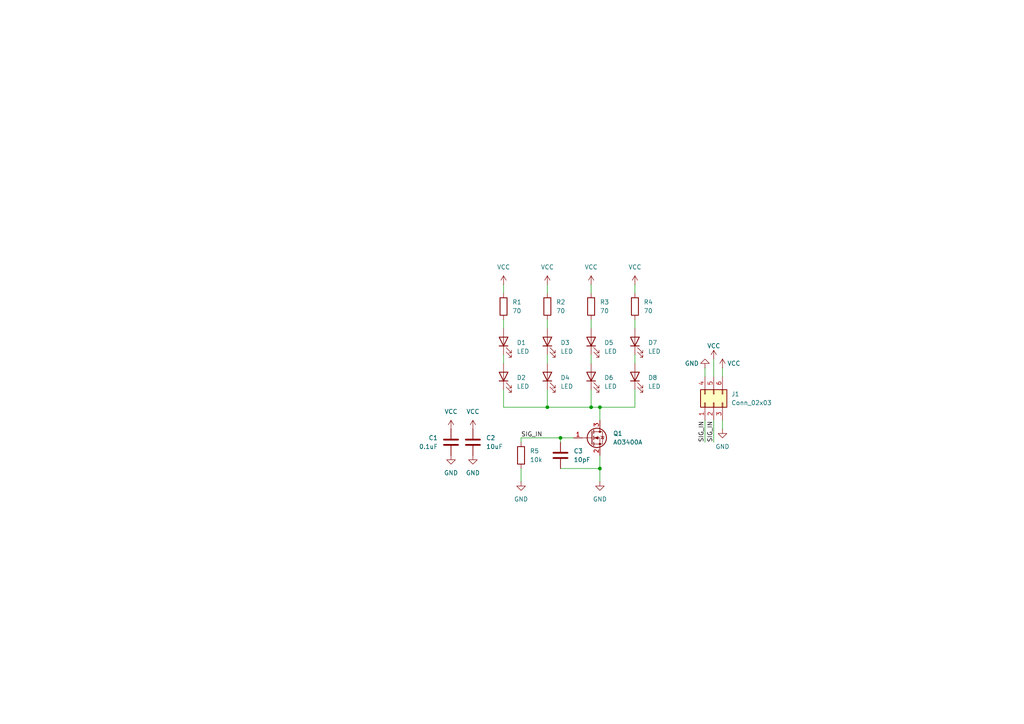
<source format=kicad_sch>
(kicad_sch (version 20250114) (generator "eeschema") (generator_version "9.0")
  (paper "A4")
  (lib_symbols
    (symbol "Connector_Generic:Conn_02x03_Top_Bottom" (pin_names (offset 1.016) (hide yes))
      (property "Reference" "J" (at 1.27 5.08 0))
      (property "Value" "Conn_02x03_Top_Bottom" (at 1.27 -5.08 0))
      (symbol "Conn_02x03_Top_Bottom_1_1"
        (rectangle (start -1.27 3.81) (end 3.81 -3.81) (stroke (width 0.254)) (fill (type background)))
        (rectangle (start -1.27 2.667) (end 0 2.413) (stroke (width 0.1524)))
        (rectangle (start -1.27 0.127) (end 0 -0.127) (stroke (width 0.1524)))
        (rectangle (start -1.27 -2.413) (end 0 -2.667) (stroke (width 0.1524)))
        (rectangle (start 3.81 2.667) (end 2.54 2.413) (stroke (width 0.1524)))
        (rectangle (start 3.81 0.127) (end 2.54 -0.127) (stroke (width 0.1524)))
        (rectangle (start 3.81 -2.413) (end 2.54 -2.667) (stroke (width 0.1524)))
        (pin passive line (at -5.08 2.54 0) (length 3.81) (name "Pin_1") (number "1"))
        (pin passive line (at -5.08 0 0) (length 3.81) (name "Pin_2") (number "2"))
        (pin passive line (at -5.08 -2.54 0) (length 3.81) (name "Pin_3") (number "3"))
        (pin passive line (at 7.62 2.54 180) (length 3.81) (name "Pin_4") (number "4"))
        (pin passive line (at 7.62 0 180) (length 3.81) (name "Pin_5") (number "5"))
        (pin passive line (at 7.62 -2.54 180) (length 3.81) (name "Pin_6") (number "6"))
      )
    )
    (symbol "Device:C" (pin_numbers (hide yes)) (pin_names (offset 0.254))
      (property "Reference" "C" (at 0.635 2.54 0))
      (property "Value" "C" (at 0.635 -2.54 0))
      (symbol "C_0_1"
        (polyline (pts (xy -2.032 0.762) (xy 2.032 0.762)) (stroke (width 0.508)))
        (polyline (pts (xy -2.032 -0.762) (xy 2.032 -0.762)) (stroke (width 0.508)))
      )
      (symbol "C_1_1"
        (pin passive line (at 0 3.81 270) (length 2.794) (name "~") (number "1"))
        (pin passive line (at 0 -3.81 90) (length 2.794) (name "~") (number "2"))
      )
    )
    (symbol "Device:LED" (pin_numbers (hide yes)) (pin_names (offset 1.016) (hide yes))
      (property "Reference" "D" (at 0 2.54 0))
      (property "Value" "LED" (at 0 -2.54 0))
      (symbol "LED_0_1"
        (polyline (pts (xy -3.048 -0.762) (xy -4.572 -2.286) (xy -3.81 -2.286) (xy -4.572 -2.286) (xy -4.572 -1.524)))
        (polyline (pts (xy -1.778 -0.762) (xy -3.302 -2.286) (xy -2.54 -2.286) (xy -3.302 -2.286) (xy -3.302 -1.524)))
        (polyline (pts (xy -1.27 0) (xy 1.27 0)))
        (polyline (pts (xy -1.27 -1.27) (xy -1.27 1.27)) (stroke (width 0.254)))
        (polyline (pts (xy 1.27 -1.27) (xy 1.27 1.27) (xy -1.27 0) (xy 1.27 -1.27)) (stroke (width 0.254)))
      )
      (symbol "LED_1_1"
        (pin passive line (at -3.81 0 0) (length 2.54) (name "K") (number "1"))
        (pin passive line (at 3.81 0 180) (length 2.54) (name "A") (number "2"))
      )
    )
    (symbol "Device:R" (pin_numbers (hide yes)) (pin_names (offset 0))
      (property "Reference" "R" (at 2.032 0 90))
      (property "Value" "R" (at 0 0 90))
      (symbol "R_0_1"
        (rectangle (start -1.016 -2.54) (end 1.016 2.54) (stroke (width 0.254)))
      )
      (symbol "R_1_1"
        (pin passive line (at 0 3.81 270) (length 1.27) (name "~") (number "1"))
        (pin passive line (at 0 -3.81 90) (length 1.27) (name "~") (number "2"))
      )
    )
    (symbol "Transistor_FET:AO3400A" (pin_names (hide yes))
      (property "Reference" "Q" (at 5.08 1.905 0))
      (property "Value" "AO3400A" (at 5.08 0 0))
      (symbol "AO3400A_0_1"
        (polyline (pts (xy 0.254 1.905) (xy 0.254 -1.905)) (stroke (width 0.254)))
        (polyline (pts (xy 0.254 0) (xy -2.54 0)))
        (polyline (pts (xy 0.762 2.286) (xy 0.762 1.27)) (stroke (width 0.254)))
        (polyline (pts (xy 0.762 0.508) (xy 0.762 -0.508)) (stroke (width 0.254)))
        (polyline (pts (xy 0.762 -1.27) (xy 0.762 -2.286)) (stroke (width 0.254)))
        (polyline (pts (xy 0.762 -1.778) (xy 3.302 -1.778) (xy 3.302 1.778) (xy 0.762 1.778)))
        (polyline (pts (xy 1.016 0) (xy 2.032 0.381) (xy 2.032 -0.381) (xy 1.016 0)) (fill (type outline)))
        (circle (center 1.651 0) (radius 2.794) (stroke (width 0.254)))
        (polyline (pts (xy 2.54 2.54) (xy 2.54 1.778)))
        (circle (center 2.54 1.778) (radius 0.254) (fill (type outline)))
        (circle (center 2.54 -1.778) (radius 0.254) (fill (type outline)))
        (polyline (pts (xy 2.54 -2.54) (xy 2.54 0) (xy 0.762 0)))
        (polyline (pts (xy 2.794 0.508) (xy 2.921 0.381) (xy 3.683 0.381) (xy 3.81 0.254)))
        (polyline (pts (xy 3.302 0.381) (xy 2.921 -0.254) (xy 3.683 -0.254) (xy 3.302 0.381)))
      )
      (symbol "AO3400A_1_1"
        (pin input line (at -5.08 0 0) (length 2.54) (name "G") (number "1"))
        (pin passive line (at 2.54 5.08 270) (length 2.54) (name "D") (number "3"))
        (pin passive line (at 2.54 -5.08 90) (length 2.54) (name "S") (number "2"))
      )
    )
    (symbol "power:GND" (power) (pin_numbers (hide yes)) (pin_names (offset 0) (hide yes))
      (property "Value" "GND" (at 0 -3.81 0))
      (symbol "GND_0_1"
        (polyline (pts (xy 0 0) (xy 0 -1.27) (xy 1.27 -1.27) (xy 0 -2.54) (xy -1.27 -1.27) (xy 0 -1.27)))
      )
      (symbol "GND_1_1"
        (pin power_in line (at 0 0 270) (length 0) (name "~") (number "1"))
      )
    )
    (symbol "power:VCC" (power) (pin_numbers (hide yes)) (pin_names (offset 0) (hide yes))
      (property "Value" "VCC" (at 0 3.556 0))
      (symbol "VCC_0_1"
        (polyline (pts (xy -0.762 1.27) (xy 0 2.54)))
        (polyline (pts (xy 0 2.54) (xy 0.762 1.27)))
        (polyline (pts (xy 0 0) (xy 0 2.54)))
      )
      (symbol "VCC_1_1"
        (pin power_in line (at 0 0 90) (length 0) (name "~") (number "1"))
      )
    )
  )
  (junction (at 173.99 118.11))
  (junction (at 158.75 118.11))
  (junction (at 162.56 127))
  (junction (at 173.99 135.89))
  (junction (at 171.45 118.11))
  (wire (pts (xy 184.15 102.87) (xy 184.15 105.41)))
  (wire (pts (xy 171.45 82.55) (xy 171.45 85.09)))
  (wire (pts (xy 184.15 82.55) (xy 184.15 85.09)))
  (wire (pts (xy 171.45 102.87) (xy 171.45 105.41)))
  (wire (pts (xy 171.45 92.71) (xy 171.45 95.25)))
  (wire (pts (xy 171.45 113.03) (xy 171.45 118.11)))
  (wire (pts (xy 158.75 82.55) (xy 158.75 85.09)))
  (wire (pts (xy 204.47 121.92) (xy 204.47 128.27)))
  (wire (pts (xy 171.45 118.11) (xy 173.99 118.11)))
  (wire (pts (xy 162.56 127) (xy 166.37 127)))
  (wire (pts (xy 209.55 121.92) (xy 209.55 124.46)))
  (wire (pts (xy 158.75 118.11) (xy 171.45 118.11)))
  (wire (pts (xy 207.01 121.92) (xy 207.01 128.27)))
  (wire (pts (xy 184.15 92.71) (xy 184.15 95.25)))
  (wire (pts (xy 173.99 139.7) (xy 173.99 135.89)))
  (wire (pts (xy 146.05 113.03) (xy 146.05 118.11)))
  (wire (pts (xy 146.05 102.87) (xy 146.05 105.41)))
  (wire (pts (xy 146.05 92.71) (xy 146.05 95.25)))
  (wire (pts (xy 146.05 118.11) (xy 158.75 118.11)))
  (wire (pts (xy 162.56 127) (xy 162.56 128.27)))
  (wire (pts (xy 146.05 82.55) (xy 146.05 85.09)))
  (wire (pts (xy 209.55 109.22) (xy 209.55 106.68)))
  (wire (pts (xy 151.13 135.89) (xy 151.13 139.7)))
  (wire (pts (xy 184.15 113.03) (xy 184.15 118.11)))
  (wire (pts (xy 158.75 102.87) (xy 158.75 105.41)))
  (wire (pts (xy 207.01 104.14) (xy 207.01 109.22)))
  (wire (pts (xy 204.47 109.22) (xy 204.47 106.68)))
  (wire (pts (xy 173.99 118.11) (xy 173.99 121.92)))
  (wire (pts (xy 158.75 113.03) (xy 158.75 118.11)))
  (wire (pts (xy 162.56 135.89) (xy 173.99 135.89)))
  (wire (pts (xy 184.15 118.11) (xy 173.99 118.11)))
  (wire (pts (xy 151.13 127) (xy 162.56 127)))
  (wire (pts (xy 151.13 127) (xy 151.13 128.27)))
  (wire (pts (xy 158.75 92.71) (xy 158.75 95.25)))
  (wire (pts (xy 173.99 132.08) (xy 173.99 135.89)))
  (label "SIG_IN" (at 151.13 127 0))
  (label "SIG_IN" (at 207.01 128.27 90))
  (label "SIG_IN" (at 204.47 128.27 90))
  (symbol (lib_id "power:GND") (at 151.13 139.7 0) (unit 1)
    (property "Reference" "#PWR06" (effects (hide yes)))
    (property "Value" "GND" (at 151.13 144.78 0))
    (property "Description" "Power symbol creates a global label with name \"GND\" , ground" (effects (hide yes)))
  )
  (symbol (lib_id "power:VCC") (at 146.05 82.55 0) (unit 1)
    (property "Reference" "#PWR01" (effects (hide yes)))
    (property "Value" "VCC" (at 146.05 77.47 0))
    (property "Description" "Power symbol creates a global label with name \"VCC\"" (effects (hide yes)))
  )
  (symbol (lib_id "Device:LED") (at 146.05 99.06 90) (unit 1)
    (property "Reference" "D1" (at 149.86 99.3774 90) (effects (justify right)))
    (property "Value" "LED" (at 149.86 101.9174 90) (effects (justify right)))
    (property "Footprint" "LED_SMD:LED_1206_3216Metric" (effects (hide yes)))
    (property "Description" "Light emitting diode" (effects (hide yes)))
    (property "Sim.Pins" "1=K 2=A" (effects (hide yes)))
  )
  (symbol (lib_id "Device:C") (at 162.56 132.08 0) (unit 1)
    (property "Reference" "C3" (at 166.37 130.8099 0) (effects (justify left)))
    (property "Value" "10pF" (at 166.37 133.3499 0) (effects (justify left)))
    (property "Footprint" "Capacitor_SMD:C_0805_2012Metric" (effects (hide yes)))
    (property "Description" "Unpolarized capacitor" (effects (hide yes)))
  )
  (symbol (lib_id "Device:C") (at 130.81 128.27 0) (mirror y) (unit 1)
    (property "Reference" "C1" (at 127 126.9999 0) (effects (justify left)))
    (property "Value" "0.1uF" (at 127 129.5399 0) (effects (justify left)))
    (property "Footprint" "Capacitor_SMD:C_0805_2012Metric" (effects (hide yes)))
    (property "Description" "Unpolarized capacitor" (effects (hide yes)))
  )
  (symbol (lib_id "Device:R") (at 146.05 88.9 0) (unit 1)
    (property "Reference" "R1" (at 148.59 87.6299 0) (effects (justify left)))
    (property "Value" "70" (at 148.59 90.1699 0) (effects (justify left)))
    (property "Footprint" "LED_SMD:LED_1206_3216Metric" (effects (hide yes)))
    (property "Description" "Resistor" (effects (hide yes)))
  )
  (symbol (lib_id "Device:LED") (at 184.15 109.22 90) (unit 1)
    (property "Reference" "D8" (at 187.96 109.5374 90) (effects (justify right)))
    (property "Value" "LED" (at 187.96 112.0774 90) (effects (justify right)))
    (property "Footprint" "LED_SMD:LED_1206_3216Metric" (effects (hide yes)))
    (property "Description" "Light emitting diode" (effects (hide yes)))
    (property "Sim.Pins" "1=K 2=A" (effects (hide yes)))
  )
  (symbol (lib_id "Device:R") (at 158.75 88.9 0) (unit 1)
    (property "Reference" "R2" (at 161.29 87.6299 0) (effects (justify left)))
    (property "Value" "70" (at 161.29 90.1699 0) (effects (justify left)))
    (property "Footprint" "LED_SMD:LED_1206_3216Metric" (effects (hide yes)))
    (property "Description" "Resistor" (effects (hide yes)))
  )
  (symbol (lib_id "power:VCC") (at 184.15 82.55 0) (unit 1)
    (property "Reference" "#PWR04" (effects (hide yes)))
    (property "Value" "VCC" (at 184.15 77.47 0))
    (property "Description" "Power symbol creates a global label with name \"VCC\"" (effects (hide yes)))
  )
  (symbol (lib_id "power:VCC") (at 137.16 124.46 0) (unit 1)
    (property "Reference" "#PWR010" (effects (hide yes)))
    (property "Value" "VCC" (at 137.16 119.38 0))
    (property "Description" "Power symbol creates a global label with name \"VCC\"" (effects (hide yes)))
  )
  (symbol (lib_id "power:VCC") (at 130.81 124.46 0) (unit 1)
    (property "Reference" "#PWR07" (effects (hide yes)))
    (property "Value" "VCC" (at 130.81 119.38 0))
    (property "Description" "Power symbol creates a global label with name \"VCC\"" (effects (hide yes)))
  )
  (symbol (lib_id "power:VCC") (at 158.75 82.55 0) (unit 1)
    (property "Reference" "#PWR02" (effects (hide yes)))
    (property "Value" "VCC" (at 158.75 77.47 0))
    (property "Description" "Power symbol creates a global label with name \"VCC\"" (effects (hide yes)))
  )
  (symbol (lib_id "Connector_Generic:Conn_02x03_Top_Bottom") (at 207.01 116.84 90) (unit 1)
    (property "Reference" "J1" (at 212.09 114.2999 90) (effects (justify right)))
    (property "Value" "Conn_02x03" (at 212.09 116.8399 90) (effects (justify right)))
    (property "Footprint" "Connector_PinHeader_2.54mm:PinHeader_2x03_P2.54mm_Vertical" (effects (hide yes)))
    (property "Description" "Generic connector, double row, 02x03, top/bottom pin numbering scheme (row 1: 1...pins_per_row, row2: pins_per_row+1 ... num_pins), script generated (kicad-library-utils/schlib/autogen/connector/)" (effects (hide yes)))
  )
  (symbol (lib_id "Device:R") (at 151.13 132.08 0) (unit 1)
    (property "Reference" "R5" (at 153.67 130.8099 0) (effects (justify left)))
    (property "Value" "10k" (at 153.67 133.3499 0) (effects (justify left)))
    (property "Footprint" "Resistor_SMD:R_0805_2012Metric" (effects (hide yes)))
    (property "Description" "Resistor" (effects (hide yes)))
  )
  (symbol (lib_id "Device:LED") (at 158.75 109.22 90) (unit 1)
    (property "Reference" "D4" (at 162.56 109.5374 90) (effects (justify right)))
    (property "Value" "LED" (at 162.56 112.0774 90) (effects (justify right)))
    (property "Footprint" "LED_SMD:LED_1206_3216Metric" (effects (hide yes)))
    (property "Description" "Light emitting diode" (effects (hide yes)))
    (property "Sim.Pins" "1=K 2=A" (effects (hide yes)))
  )
  (symbol (lib_id "Device:LED") (at 158.75 99.06 90) (unit 1)
    (property "Reference" "D3" (at 162.56 99.3774 90) (effects (justify right)))
    (property "Value" "LED" (at 162.56 101.9174 90) (effects (justify right)))
    (property "Footprint" "LED_SMD:LED_1206_3216Metric" (effects (hide yes)))
    (property "Description" "Light emitting diode" (effects (hide yes)))
    (property "Sim.Pins" "1=K 2=A" (effects (hide yes)))
  )
  (symbol (lib_id "power:GND") (at 209.55 124.46 0) (mirror y) (unit 1)
    (property "Reference" "#PWR013" (effects (hide yes)))
    (property "Value" "GND" (at 209.55 129.54 0))
    (property "Description" "Power symbol creates a global label with name \"GND\" , ground" (effects (hide yes)))
  )
  (symbol (lib_id "power:GND") (at 204.47 106.68 0) (mirror x) (unit 1)
    (property "Reference" "#PWR012" (effects (hide yes)))
    (property "Value" "GND" (at 200.66 105.41 0))
    (property "Description" "Power symbol creates a global label with name \"GND\" , ground" (effects (hide yes)))
  )
  (symbol (lib_id "Device:LED") (at 171.45 99.06 90) (unit 1)
    (property "Reference" "D5" (at 175.26 99.3774 90) (effects (justify right)))
    (property "Value" "LED" (at 175.26 101.9174 90) (effects (justify right)))
    (property "Footprint" "LED_SMD:LED_1206_3216Metric" (effects (hide yes)))
    (property "Description" "Light emitting diode" (effects (hide yes)))
    (property "Sim.Pins" "1=K 2=A" (effects (hide yes)))
  )
  (symbol (lib_id "power:GND") (at 130.81 132.08 0) (unit 1)
    (property "Reference" "#PWR08" (effects (hide yes)))
    (property "Value" "GND" (at 130.81 137.16 0))
    (property "Description" "Power symbol creates a global label with name \"GND\" , ground" (effects (hide yes)))
  )
  (symbol (lib_id "power:GND") (at 173.99 139.7 0) (unit 1)
    (property "Reference" "#PWR05" (effects (hide yes)))
    (property "Value" "GND" (at 173.99 144.78 0))
    (property "Description" "Power symbol creates a global label with name \"GND\" , ground" (effects (hide yes)))
  )
  (symbol (lib_id "Device:C") (at 137.16 128.27 0) (unit 1)
    (property "Reference" "C2" (at 140.97 126.9999 0) (effects (justify left)))
    (property "Value" "10uF" (at 140.97 129.5399 0) (effects (justify left)))
    (property "Footprint" "Capacitor_SMD:C_1206_3216Metric" (effects (hide yes)))
    (property "Description" "Unpolarized capacitor" (effects (hide yes)))
  )
  (symbol (lib_id "power:GND") (at 137.16 132.08 0) (unit 1)
    (property "Reference" "#PWR09" (effects (hide yes)))
    (property "Value" "GND" (at 137.16 137.16 0))
    (property "Description" "Power symbol creates a global label with name \"GND\" , ground" (effects (hide yes)))
  )
  (symbol (lib_id "Device:LED") (at 184.15 99.06 90) (unit 1)
    (property "Reference" "D7" (at 187.96 99.3774 90) (effects (justify right)))
    (property "Value" "LED" (at 187.96 101.9174 90) (effects (justify right)))
    (property "Footprint" "LED_SMD:LED_1206_3216Metric" (effects (hide yes)))
    (property "Description" "Light emitting diode" (effects (hide yes)))
    (property "Sim.Pins" "1=K 2=A" (effects (hide yes)))
  )
  (symbol (lib_id "Device:LED") (at 146.05 109.22 90) (unit 1)
    (property "Reference" "D2" (at 149.86 109.5374 90) (effects (justify right)))
    (property "Value" "LED" (at 149.86 112.0774 90) (effects (justify right)))
    (property "Footprint" "LED_SMD:LED_1206_3216Metric" (effects (hide yes)))
    (property "Description" "Light emitting diode" (effects (hide yes)))
    (property "Sim.Pins" "1=K 2=A" (effects (hide yes)))
  )
  (symbol (lib_id "Device:LED") (at 171.45 109.22 90) (unit 1)
    (property "Reference" "D6" (at 175.26 109.5374 90) (effects (justify right)))
    (property "Value" "LED" (at 175.26 112.0774 90) (effects (justify right)))
    (property "Footprint" "LED_SMD:LED_1206_3216Metric" (effects (hide yes)))
    (property "Description" "Light emitting diode" (effects (hide yes)))
    (property "Sim.Pins" "1=K 2=A" (effects (hide yes)))
  )
  (symbol (lib_id "Device:R") (at 171.45 88.9 0) (unit 1)
    (property "Reference" "R3" (at 173.99 87.6299 0) (effects (justify left)))
    (property "Value" "70" (at 173.99 90.1699 0) (effects (justify left)))
    (property "Footprint" "LED_SMD:LED_1206_3216Metric" (effects (hide yes)))
    (property "Description" "Resistor" (effects (hide yes)))
  )
  (symbol (lib_id "Device:R") (at 184.15 88.9 0) (unit 1)
    (property "Reference" "R4" (at 186.69 87.6299 0) (effects (justify left)))
    (property "Value" "70" (at 186.69 90.1699 0) (effects (justify left)))
    (property "Footprint" "LED_SMD:LED_1206_3216Metric" (effects (hide yes)))
    (property "Description" "Resistor" (effects (hide yes)))
  )
  (symbol (lib_id "power:VCC") (at 209.55 106.68 0) (unit 1)
    (property "Reference" "#PWR011" (effects (hide yes)))
    (property "Value" "VCC" (at 212.852 105.41 0))
    (property "Description" "Power symbol creates a global label with name \"VCC\"" (effects (hide yes)))
  )
  (symbol (lib_id "power:VCC") (at 171.45 82.55 0) (unit 1)
    (property "Reference" "#PWR03" (effects (hide yes)))
    (property "Value" "VCC" (at 171.45 77.47 0))
    (property "Description" "Power symbol creates a global label with name \"VCC\"" (effects (hide yes)))
  )
  (symbol (lib_id "power:VCC") (at 207.01 104.14 0) (unit 1)
    (property "Reference" "#PWR014" (effects (hide yes)))
    (property "Value" "VCC" (at 207.01 100.33 0))
    (property "Description" "Power symbol creates a global label with name \"VCC\"" (effects (hide yes)))
  )
  (symbol (lib_id "Transistor_FET:AO3400A") (at 171.45 127 0) (unit 1)
    (property "Reference" "Q1" (at 177.8 125.7299 0) (effects (justify left)))
    (property "Value" "AO3400A" (at 177.8 128.2699 0) (effects (justify left)))
    (property "Footprint" "Package_TO_SOT_SMD:SOT-23" (effects (hide yes)))
    (property "Datasheet" "http://www.aosmd.com/pdfs/datasheet/AO3400A.pdf" (effects (hide yes)))
    (property "Description" "30V Vds, 5.7A Id, N-Channel MOSFET, SOT-23" (effects (hide yes)))
  )
)
</source>
